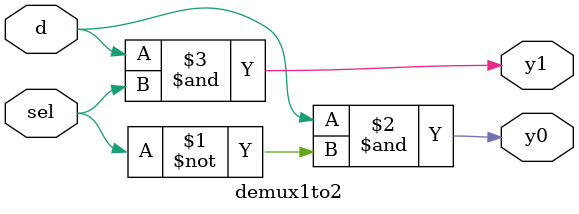
<source format=v>
module demux1to2(
    input d,
    input sel,
    output y0, y1
);
    assign y0 = d & ~sel;
    assign y1 = d & sel;
endmodule




</source>
